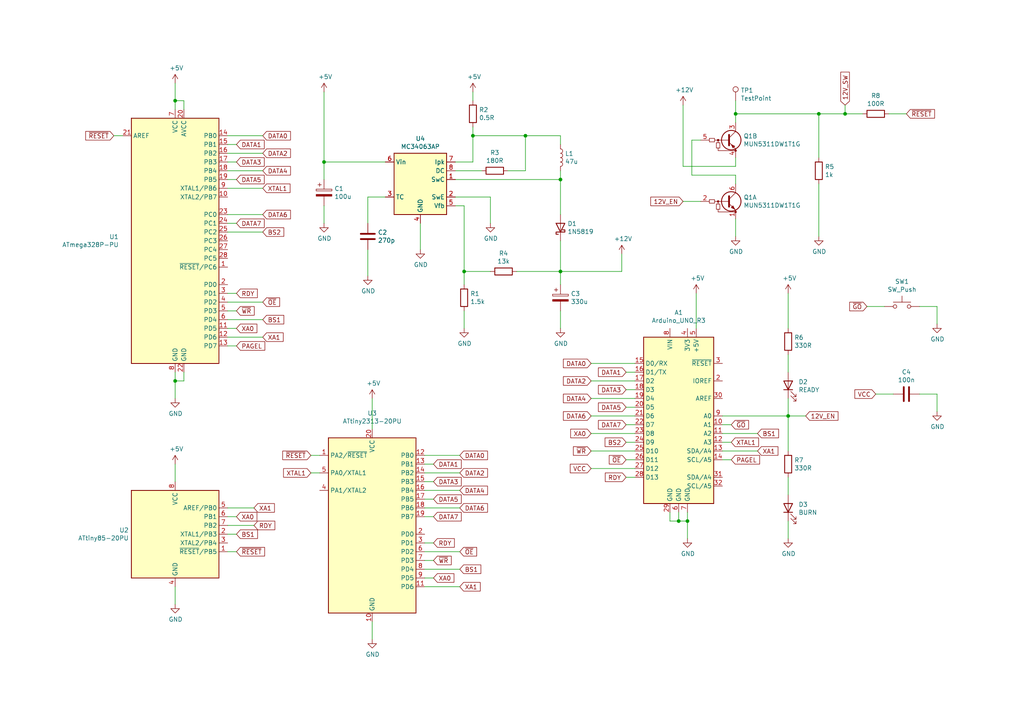
<source format=kicad_sch>
(kicad_sch (version 20211123) (generator eeschema)
  (paper "A4")
  (lib_symbols
    (symbol "Connector:TestPoint" (pin_numbers hide) (pin_names (offset 0.762) hide)
      (property "Reference" "TP" (at 0 6.858 0))
      (property "Value" "TestPoint" (at 0 5.08 0))
      (symbol "TestPoint_0_1"
        (circle (center 0 3.302) (radius 0.762))
      )
      (symbol "TestPoint_1_1"
        (pin passive line (at 0 0 90) (length 2.54) (name "1") (number "1"))
      )
    )
    (symbol "Device:C" (pin_numbers hide) (pin_names (offset 0.254))
      (property "Reference" "C" (at 0.635 2.54 0))
      (property "Value" "C" (at 0.635 -2.54 0))
      (symbol "C_0_1"
        (polyline (pts (xy -2.032 -0.762) (xy 2.032 -0.762)) (stroke (width 0.508)))
        (polyline (pts (xy -2.032 0.762) (xy 2.032 0.762)) (stroke (width 0.508)))
      )
      (symbol "C_1_1"
        (pin passive line (at 0 3.81 270) (length 2.794) (name "~") (number "1"))
        (pin passive line (at 0 -3.81 90) (length 2.794) (name "~") (number "2"))
      )
    )
    (symbol "Device:D_Schottky" (pin_numbers hide) (pin_names (offset 1.016) hide)
      (property "Reference" "D" (at 0 2.54 0))
      (property "Value" "D_Schottky" (at 0 -2.54 0))
      (symbol "D_Schottky_0_1"
        (polyline (pts (xy 1.27 0) (xy -1.27 0)))
        (polyline (pts (xy 1.27 1.27) (xy 1.27 -1.27) (xy -1.27 0) (xy 1.27 1.27)) (stroke (width 0.254)))
        (polyline (pts (xy -1.905 0.635) (xy -1.905 1.27) (xy -1.27 1.27) (xy -1.27 -1.27) (xy -0.635 -1.27) (xy -0.635 -0.635)) (stroke (width 0.254)))
      )
      (symbol "D_Schottky_1_1"
        (pin passive line (at -3.81 0 0) (length 2.54) (name "K") (number "1"))
        (pin passive line (at 3.81 0 180) (length 2.54) (name "A") (number "2"))
      )
    )
    (symbol "Device:L" (pin_numbers hide) (pin_names (offset 1.016) hide)
      (property "Reference" "L" (at -1.27 0 90))
      (property "Value" "L" (at 1.905 0 90))
      (symbol "L_0_1"
        (arc (start 0 -2.54) (mid 0.635 -1.905) (end 0 -1.27))
        (arc (start 0 -1.27) (mid 0.635 -0.635) (end 0 0))
        (arc (start 0 0) (mid 0.635 0.635) (end 0 1.27))
        (arc (start 0 1.27) (mid 0.635 1.905) (end 0 2.54))
      )
      (symbol "L_1_1"
        (pin passive line (at 0 3.81 270) (length 1.27) (name "1") (number "1"))
        (pin passive line (at 0 -3.81 90) (length 1.27) (name "2") (number "2"))
      )
    )
    (symbol "Device:LED" (pin_numbers hide) (pin_names (offset 1.016) hide)
      (property "Reference" "D" (at 0 2.54 0))
      (property "Value" "LED" (at 0 -2.54 0))
      (symbol "LED_0_1"
        (polyline (pts (xy -1.27 -1.27) (xy -1.27 1.27)) (stroke (width 0.254)))
        (polyline (pts (xy -1.27 0) (xy 1.27 0)))
        (polyline (pts (xy 1.27 -1.27) (xy 1.27 1.27) (xy -1.27 0) (xy 1.27 -1.27)) (stroke (width 0.254)))
        (polyline (pts (xy -3.048 -0.762) (xy -4.572 -2.286) (xy -3.81 -2.286) (xy -4.572 -2.286) (xy -4.572 -1.524)))
        (polyline (pts (xy -1.778 -0.762) (xy -3.302 -2.286) (xy -2.54 -2.286) (xy -3.302 -2.286) (xy -3.302 -1.524)))
      )
      (symbol "LED_1_1"
        (pin passive line (at -3.81 0 0) (length 2.54) (name "K") (number "1"))
        (pin passive line (at 3.81 0 180) (length 2.54) (name "A") (number "2"))
      )
    )
    (symbol "Device:R" (pin_numbers hide) (pin_names (offset 0))
      (property "Reference" "R" (at 2.032 0 90))
      (property "Value" "R" (at 0 0 90))
      (symbol "R_0_1"
        (rectangle (start -1.016 -2.54) (end 1.016 2.54) (stroke (width 0.254)))
      )
      (symbol "R_1_1"
        (pin passive line (at 0 3.81 270) (length 1.27) (name "~") (number "1"))
        (pin passive line (at 0 -3.81 90) (length 1.27) (name "~") (number "2"))
      )
    )
    (symbol "MCU_Module:Arduino_UNO_R3"
      (property "Reference" "A" (at -10.16 23.495 0))
      (property "Value" "Arduino_UNO_R3" (at 5.08 -26.67 0))
      (symbol "Arduino_UNO_R3_0_1"
        (rectangle (start -10.16 22.86) (end 10.16 -25.4) (stroke (width 0.254)) (fill (type background)))
      )
      (symbol "Arduino_UNO_R3_1_1"
        (pin no_connect line (at -10.16 -20.32 0) (length 2.54) hide (name "NC") (number "1"))
        (pin bidirectional line (at 12.7 -2.54 180) (length 2.54) (name "A1") (number "10"))
        (pin bidirectional line (at 12.7 -5.08 180) (length 2.54) (name "A2") (number "11"))
        (pin bidirectional line (at 12.7 -7.62 180) (length 2.54) (name "A3") (number "12"))
        (pin bidirectional line (at 12.7 -10.16 180) (length 2.54) (name "SDA/A4") (number "13"))
        (pin bidirectional line (at 12.7 -12.7 180) (length 2.54) (name "SCL/A5") (number "14"))
        (pin bidirectional line (at -12.7 15.24 0) (length 2.54) (name "D0/RX") (number "15"))
        (pin bidirectional line (at -12.7 12.7 0) (length 2.54) (name "D1/TX") (number "16"))
        (pin bidirectional line (at -12.7 10.16 0) (length 2.54) (name "D2") (number "17"))
        (pin bidirectional line (at -12.7 7.62 0) (length 2.54) (name "D3") (number "18"))
        (pin bidirectional line (at -12.7 5.08 0) (length 2.54) (name "D4") (number "19"))
        (pin output line (at 12.7 10.16 180) (length 2.54) (name "IOREF") (number "2"))
        (pin bidirectional line (at -12.7 2.54 0) (length 2.54) (name "D5") (number "20"))
        (pin bidirectional line (at -12.7 0 0) (length 2.54) (name "D6") (number "21"))
        (pin bidirectional line (at -12.7 -2.54 0) (length 2.54) (name "D7") (number "22"))
        (pin bidirectional line (at -12.7 -5.08 0) (length 2.54) (name "D8") (number "23"))
        (pin bidirectional line (at -12.7 -7.62 0) (length 2.54) (name "D9") (number "24"))
        (pin bidirectional line (at -12.7 -10.16 0) (length 2.54) (name "D10") (number "25"))
        (pin bidirectional line (at -12.7 -12.7 0) (length 2.54) (name "D11") (number "26"))
        (pin bidirectional line (at -12.7 -15.24 0) (length 2.54) (name "D12") (number "27"))
        (pin bidirectional line (at -12.7 -17.78 0) (length 2.54) (name "D13") (number "28"))
        (pin power_in line (at -2.54 -27.94 90) (length 2.54) (name "GND") (number "29"))
        (pin input line (at 12.7 15.24 180) (length 2.54) (name "~{RESET}") (number "3"))
        (pin input line (at 12.7 5.08 180) (length 2.54) (name "AREF") (number "30"))
        (pin bidirectional line (at 12.7 -17.78 180) (length 2.54) (name "SDA/A4") (number "31"))
        (pin bidirectional line (at 12.7 -20.32 180) (length 2.54) (name "SCL/A5") (number "32"))
        (pin power_out line (at 2.54 25.4 270) (length 2.54) (name "3V3") (number "4"))
        (pin power_out line (at 5.08 25.4 270) (length 2.54) (name "+5V") (number "5"))
        (pin power_in line (at 0 -27.94 90) (length 2.54) (name "GND") (number "6"))
        (pin power_in line (at 2.54 -27.94 90) (length 2.54) (name "GND") (number "7"))
        (pin power_in line (at -2.54 25.4 270) (length 2.54) (name "VIN") (number "8"))
        (pin bidirectional line (at 12.7 0 180) (length 2.54) (name "A0") (number "9"))
      )
    )
    (symbol "My_Misc:ATmega328P-PU"
      (property "Reference" "U" (at -12.7 36.83 0))
      (property "Value" "ATmega328P-PU" (at 7.62 -36.83 0))
      (symbol "ATmega328P-PU_0_1"
        (rectangle (start -12.7 -35.56) (end 12.7 35.56) (stroke (width 0.254)) (fill (type background)))
      )
      (symbol "ATmega328P-PU_1_1"
        (pin bidirectional line (at 15.24 -7.62 180) (length 2.54) (name "~{RESET}/PC6") (number "1"))
        (pin bidirectional line (at 15.24 12.7 180) (length 2.54) (name "XTAL2/PB7") (number "10"))
        (pin bidirectional line (at 15.24 -25.4 180) (length 2.54) (name "PD5") (number "11"))
        (pin bidirectional line (at 15.24 -27.94 180) (length 2.54) (name "PD6") (number "12"))
        (pin bidirectional line (at 15.24 -30.48 180) (length 2.54) (name "PD7") (number "13"))
        (pin bidirectional line (at 15.24 30.48 180) (length 2.54) (name "PB0") (number "14"))
        (pin bidirectional line (at 15.24 27.94 180) (length 2.54) (name "PB1") (number "15"))
        (pin bidirectional line (at 15.24 25.4 180) (length 2.54) (name "PB2") (number "16"))
        (pin bidirectional line (at 15.24 22.86 180) (length 2.54) (name "PB3") (number "17"))
        (pin bidirectional line (at 15.24 20.32 180) (length 2.54) (name "PB4") (number "18"))
        (pin bidirectional line (at 15.24 17.78 180) (length 2.54) (name "PB5") (number "19"))
        (pin bidirectional line (at 15.24 -12.7 180) (length 2.54) (name "PD0") (number "2"))
        (pin power_in line (at 2.54 38.1 270) (length 2.54) (name "AVCC") (number "20"))
        (pin passive line (at -15.24 30.48 0) (length 2.54) (name "AREF") (number "21"))
        (pin passive line (at 0 -38.1 90) (length 2.54) hide (name "GND") (number "22"))
        (pin power_in line (at 2.54 -38.1 90) (length 2.54) (name "GND") (number "22"))
        (pin bidirectional line (at 15.24 7.62 180) (length 2.54) (name "PC0") (number "23"))
        (pin bidirectional line (at 15.24 5.08 180) (length 2.54) (name "PC1") (number "24"))
        (pin bidirectional line (at 15.24 2.54 180) (length 2.54) (name "PC2") (number "25"))
        (pin bidirectional line (at 15.24 0 180) (length 2.54) (name "PC3") (number "26"))
        (pin bidirectional line (at 15.24 -2.54 180) (length 2.54) (name "PC4") (number "27"))
        (pin bidirectional line (at 15.24 -5.08 180) (length 2.54) (name "PC5") (number "28"))
        (pin bidirectional line (at 15.24 -15.24 180) (length 2.54) (name "PD1") (number "3"))
        (pin bidirectional line (at 15.24 -17.78 180) (length 2.54) (name "PD2") (number "4"))
        (pin bidirectional line (at 15.24 -20.32 180) (length 2.54) (name "PD3") (number "5"))
        (pin bidirectional line (at 15.24 -22.86 180) (length 2.54) (name "PD4") (number "6"))
        (pin power_in line (at 0 38.1 270) (length 2.54) (name "VCC") (number "7"))
        (pin power_in line (at 0 -38.1 90) (length 2.54) (name "GND") (number "8"))
        (pin bidirectional line (at 15.24 15.24 180) (length 2.54) (name "XTAL1/PB6") (number "9"))
      )
    )
    (symbol "Regulator_Switching:MC34063AP"
      (property "Reference" "U" (at -7.62 8.89 0))
      (property "Value" "MC34063AP" (at 0 8.89 0))
      (symbol "MC34063AP_0_1"
        (rectangle (start -7.62 7.62) (end 7.62 -10.16) (stroke (width 0.254)) (fill (type background)))
      )
      (symbol "MC34063AP_1_1"
        (pin open_collector line (at 10.16 0 180) (length 2.54) (name "SwC") (number "1"))
        (pin open_emitter line (at 10.16 -5.08 180) (length 2.54) (name "SwE") (number "2"))
        (pin passive line (at -10.16 -5.08 0) (length 2.54) (name "TC") (number "3"))
        (pin power_in line (at 0 -12.7 90) (length 2.54) (name "GND") (number "4"))
        (pin input line (at 10.16 -7.62 180) (length 2.54) (name "Vfb") (number "5"))
        (pin power_in line (at -10.16 5.08 0) (length 2.54) (name "Vin") (number "6"))
        (pin input line (at 10.16 5.08 180) (length 2.54) (name "Ipk") (number "7"))
        (pin open_collector line (at 10.16 2.54 180) (length 2.54) (name "DC") (number "8"))
      )
    )
    (symbol "Switch:SW_Push" (pin_numbers hide) (pin_names (offset 1.016) hide)
      (property "Reference" "SW" (at 1.27 2.54 0))
      (property "Value" "SW_Push" (at 0 -1.524 0))
      (symbol "SW_Push_0_1"
        (circle (center -2.032 0) (radius 0.508))
        (polyline (pts (xy 0 1.27) (xy 0 3.048)))
        (polyline (pts (xy 2.54 1.27) (xy -2.54 1.27)))
        (circle (center 2.032 0) (radius 0.508))
        (pin passive line (at -5.08 0 0) (length 2.54) (name "1") (number "1"))
        (pin passive line (at 5.08 0 180) (length 2.54) (name "2") (number "2"))
      )
    )
    (symbol "avrHVRescueShield2-rescue:ATtiny2313-20PU-MCU_Microchip_ATtiny"
      (property "Reference" "U" (at -12.7 26.67 0))
      (property "Value" "ATtiny2313-20PU-MCU_Microchip_ATtiny" (at 2.54 -26.67 0))
      (symbol "ATtiny2313-20PU-MCU_Microchip_ATtiny_0_1"
        (rectangle (start -12.7 -25.4) (end 12.7 25.4) (stroke (width 0.254)) (fill (type background)))
      )
      (symbol "ATtiny2313-20PU-MCU_Microchip_ATtiny_1_1"
        (pin bidirectional line (at -15.24 20.32 0) (length 2.54) (name "PA2/~{RESET}") (number "1"))
        (pin power_in line (at 0 -27.94 90) (length 2.54) (name "GND") (number "10"))
        (pin bidirectional line (at 15.24 -17.78 180) (length 2.54) (name "PD6") (number "11"))
        (pin bidirectional line (at 15.24 20.32 180) (length 2.54) (name "PB0") (number "12"))
        (pin bidirectional line (at 15.24 17.78 180) (length 2.54) (name "PB1") (number "13"))
        (pin bidirectional line (at 15.24 15.24 180) (length 2.54) (name "PB2") (number "14"))
        (pin bidirectional line (at 15.24 12.7 180) (length 2.54) (name "PB3") (number "15"))
        (pin bidirectional line (at 15.24 10.16 180) (length 2.54) (name "PB4") (number "16"))
        (pin bidirectional line (at 15.24 7.62 180) (length 2.54) (name "PB5") (number "17"))
        (pin bidirectional line (at 15.24 5.08 180) (length 2.54) (name "PB6") (number "18"))
        (pin bidirectional line (at 15.24 2.54 180) (length 2.54) (name "PB7") (number "19"))
        (pin bidirectional line (at 15.24 -2.54 180) (length 2.54) (name "PD0") (number "2"))
        (pin power_in line (at 0 27.94 270) (length 2.54) (name "VCC") (number "20"))
        (pin bidirectional line (at 15.24 -5.08 180) (length 2.54) (name "PD1") (number "3"))
        (pin bidirectional line (at -15.24 10.16 0) (length 2.54) (name "PA1/XTAL2") (number "4"))
        (pin bidirectional line (at -15.24 15.24 0) (length 2.54) (name "PA0/XTAL1") (number "5"))
        (pin bidirectional line (at 15.24 -7.62 180) (length 2.54) (name "PD2") (number "6"))
        (pin bidirectional line (at 15.24 -10.16 180) (length 2.54) (name "PD3") (number "7"))
        (pin bidirectional line (at 15.24 -12.7 180) (length 2.54) (name "PD4") (number "8"))
        (pin bidirectional line (at 15.24 -15.24 180) (length 2.54) (name "PD5") (number "9"))
      )
    )
    (symbol "avrHVRescueShield2-rescue:ATtiny85-20PU-MCU_Microchip_ATtiny"
      (property "Reference" "U" (at -12.7 13.97 0))
      (property "Value" "ATtiny85-20PU-MCU_Microchip_ATtiny" (at 2.54 -13.97 0))
      (symbol "ATtiny85-20PU-MCU_Microchip_ATtiny_0_1"
        (rectangle (start -12.7 -12.7) (end 12.7 12.7) (stroke (width 0.254)) (fill (type background)))
      )
      (symbol "ATtiny85-20PU-MCU_Microchip_ATtiny_1_1"
        (pin bidirectional line (at 15.24 -5.08 180) (length 2.54) (name "~{RESET}/PB5") (number "1"))
        (pin bidirectional line (at 15.24 0 180) (length 2.54) (name "XTAL1/PB3") (number "2"))
        (pin bidirectional line (at 15.24 -2.54 180) (length 2.54) (name "XTAL2/PB4") (number "3"))
        (pin power_in line (at 0 -15.24 90) (length 2.54) (name "GND") (number "4"))
        (pin bidirectional line (at 15.24 7.62 180) (length 2.54) (name "AREF/PB0") (number "5"))
        (pin bidirectional line (at 15.24 5.08 180) (length 2.54) (name "PB1") (number "6"))
        (pin bidirectional line (at 15.24 2.54 180) (length 2.54) (name "PB2") (number "7"))
        (pin power_in line (at 0 15.24 270) (length 2.54) (name "VCC") (number "8"))
      )
    )
    (symbol "avrHVRescueShield2-rescue:CP-Device" (pin_numbers hide) (pin_names (offset 0.254))
      (property "Reference" "C" (at 0.635 2.54 0))
      (property "Value" "CP-Device" (at 0.635 -2.54 0))
      (symbol "CP-Device_0_1"
        (rectangle (start -2.286 0.508) (end 2.286 1.016))
        (polyline (pts (xy -1.778 2.286) (xy -0.762 2.286)))
        (polyline (pts (xy -1.27 2.794) (xy -1.27 1.778)))
        (rectangle (start 2.286 -0.508) (end -2.286 -1.016) (fill (type outline)))
      )
      (symbol "CP-Device_1_1"
        (pin passive line (at 0 3.81 270) (length 2.794) (name "~") (number "1"))
        (pin passive line (at 0 -3.81 90) (length 2.794) (name "~") (number "2"))
      )
    )
    (symbol "avrHVRescueShield2-rescue:Q_DUAL_NPN_PNP_BRT_E1B1C2E2B2C1-Device" (pin_names hide)
      (property "Reference" "Q" (at 3.81 1.27 0))
      (property "Value" "Q_DUAL_NPN_PNP_BRT_E1B1C2E2B2C1-Device" (at 3.81 -1.27 0))
      (symbol "Q_DUAL_NPN_PNP_BRT_E1B1C2E2B2C1-Device_0_1"
        (rectangle (start -6.35 0.508) (end -4.826 -0.508))
        (rectangle (start -4.318 -2.286) (end -3.302 -0.762))
        (circle (center -3.81 0) (radius 0.254) (fill (type outline)))
        (polyline (pts (xy -3.81 -0.762) (xy -3.81 0)))
        (polyline (pts (xy -0.762 0) (xy -4.826 0)))
        (polyline (pts (xy -0.635 1.524) (xy -0.635 -1.524)) (stroke (width 0.508)))
        (polyline (pts (xy -3.81 -2.286) (xy -3.81 -3.048) (xy 1.27 -3.048)))
        (circle (center 1.27 -3.048) (radius 0.254) (fill (type outline)))
      )
      (symbol "Q_DUAL_NPN_PNP_BRT_E1B1C2E2B2C1-Device_1_1"
        (polyline (pts (xy -0.635 0.635) (xy 1.27 2.54)))
        (polyline (pts (xy -0.635 -0.635) (xy 1.27 -2.54) (xy 1.27 -2.54)))
        (polyline (pts (xy 0 -1.778) (xy 0.508 -1.27) (xy 1.016 -2.286) (xy 0 -1.778) (xy 0 -1.778)) (fill (type outline)))
        (circle (center 0 0) (radius 2.8194) (stroke (width 0.254)))
        (pin passive line (at 1.27 -5.08 90) (length 2.54) (name "E1") (number "1"))
        (pin input line (at -8.89 0 0) (length 2.54) (name "B1") (number "2"))
        (pin passive line (at 1.27 5.08 270) (length 2.54) (name "C1") (number "6"))
      )
      (symbol "Q_DUAL_NPN_PNP_BRT_E1B1C2E2B2C1-Device_2_1"
        (polyline (pts (xy -0.635 0.635) (xy 1.27 2.54)))
        (polyline (pts (xy -0.635 -0.635) (xy 1.27 -2.54) (xy 1.27 -2.54)))
        (polyline (pts (xy 1.016 -1.778) (xy 0.508 -2.286) (xy 0 -1.27) (xy 1.016 -1.778) (xy 1.016 -1.778)) (fill (type outline)))
        (circle (center 0 0) (radius 2.8194) (stroke (width 0.254)))
        (pin passive line (at 1.27 5.08 270) (length 2.54) (name "C1") (number "3"))
        (pin passive line (at 1.27 -5.08 90) (length 2.54) (name "E1") (number "4"))
        (pin input line (at -8.89 0 0) (length 2.54) (name "B1") (number "5"))
      )
    )
    (symbol "power:+12V" (power) (pin_names (offset 0))
      (property "Value" "+12V" (at 0 3.556 0))
      (symbol "+12V_0_1"
        (polyline (pts (xy -0.762 1.27) (xy 0 2.54)))
        (polyline (pts (xy 0 0) (xy 0 2.54)))
        (polyline (pts (xy 0 2.54) (xy 0.762 1.27)))
      )
      (symbol "+12V_1_1"
        (pin power_in line (at 0 0 90) (length 0) hide (name "+12V") (number "1"))
      )
    )
    (symbol "power:+5V" (power) (pin_names (offset 0))
      (property "Value" "+5V" (at 0 3.556 0))
      (symbol "+5V_0_1"
        (polyline (pts (xy -0.762 1.27) (xy 0 2.54)))
        (polyline (pts (xy 0 0) (xy 0 2.54)))
        (polyline (pts (xy 0 2.54) (xy 0.762 1.27)))
      )
      (symbol "+5V_1_1"
        (pin power_in line (at 0 0 90) (length 0) hide (name "+5V") (number "1"))
      )
    )
    (symbol "power:GND" (power) (pin_names (offset 0))
      (property "Value" "GND" (at 0 -3.81 0))
      (symbol "GND_0_1"
        (polyline (pts (xy 0 0) (xy 0 -1.27) (xy 1.27 -1.27) (xy 0 -2.54) (xy -1.27 -1.27) (xy 0 -1.27)))
      )
      (symbol "GND_1_1"
        (pin power_in line (at 0 0 270) (length 0) hide (name "GND") (number "1"))
      )
    )
  )
  (junction (at 152.4 39.37))
  (junction (at 137.16 39.37))
  (junction (at 93.98 46.99))
  (junction (at 245.11 33.02))
  (junction (at 162.56 52.07))
  (junction (at 50.8 29.21))
  (junction (at 228.6 120.65))
  (junction (at 134.62 78.74))
  (junction (at 237.49 33.02))
  (junction (at 162.56 78.74))
  (junction (at 196.85 151.13))
  (junction (at 50.8 110.49))
  (junction (at 199.39 151.13))
  (junction (at 213.36 33.02))
  (wire (pts (xy 123.19 165.1) (xy 133.35 165.1)))
  (wire (pts (xy 228.6 120.65) (xy 209.55 120.65)))
  (wire (pts (xy 228.6 85.09) (xy 228.6 95.25)))
  (wire (pts (xy 237.49 53.34) (xy 237.49 68.58)))
  (wire (pts (xy 142.24 78.74) (xy 134.62 78.74)))
  (wire (pts (xy 228.6 130.81) (xy 228.6 120.65)))
  (wire (pts (xy 50.8 170.18) (xy 50.8 175.26)))
  (wire (pts (xy 90.17 137.16) (xy 92.71 137.16)))
  (wire (pts (xy 68.58 90.17) (xy 66.04 90.17)))
  (wire (pts (xy 212.09 133.35) (xy 209.55 133.35)))
  (wire (pts (xy 53.34 110.49) (xy 50.8 110.49)))
  (wire (pts (xy 132.08 52.07) (xy 162.56 52.07)))
  (wire (pts (xy 162.56 52.07) (xy 162.56 49.53)))
  (wire (pts (xy 213.36 50.8) (xy 200.66 50.8)))
  (wire (pts (xy 133.35 170.18) (xy 123.19 170.18)))
  (wire (pts (xy 245.11 30.48) (xy 245.11 33.02)))
  (wire (pts (xy 213.36 48.26) (xy 198.12 48.26)))
  (wire (pts (xy 152.4 39.37) (xy 137.16 39.37)))
  (wire (pts (xy 50.8 24.13) (xy 50.8 29.21)))
  (wire (pts (xy 66.04 41.91) (xy 68.58 41.91)))
  (wire (pts (xy 50.8 110.49) (xy 50.8 107.95)))
  (wire (pts (xy 123.19 137.16) (xy 133.35 137.16)))
  (wire (pts (xy 125.73 149.86) (xy 123.19 149.86)))
  (wire (pts (xy 66.04 62.23) (xy 76.2 62.23)))
  (wire (pts (xy 171.45 110.49) (xy 184.15 110.49)))
  (wire (pts (xy 137.16 39.37) (xy 137.16 36.83)))
  (wire (pts (xy 53.34 107.95) (xy 53.34 110.49)))
  (wire (pts (xy 123.19 132.08) (xy 133.35 132.08)))
  (wire (pts (xy 66.04 85.09) (xy 68.58 85.09)))
  (wire (pts (xy 33.02 39.37) (xy 35.56 39.37)))
  (wire (pts (xy 200.66 50.8) (xy 200.66 40.64)))
  (wire (pts (xy 200.66 40.64) (xy 203.2 40.64)))
  (wire (pts (xy 50.8 115.57) (xy 50.8 110.49)))
  (wire (pts (xy 171.45 120.65) (xy 184.15 120.65)))
  (wire (pts (xy 162.56 39.37) (xy 162.56 41.91)))
  (wire (pts (xy 237.49 33.02) (xy 245.11 33.02)))
  (wire (pts (xy 134.62 59.69) (xy 132.08 59.69)))
  (wire (pts (xy 93.98 46.99) (xy 93.98 52.07)))
  (wire (pts (xy 125.73 162.56) (xy 123.19 162.56)))
  (wire (pts (xy 76.2 92.71) (xy 66.04 92.71)))
  (wire (pts (xy 213.36 45.72) (xy 213.36 48.26)))
  (wire (pts (xy 171.45 125.73) (xy 184.15 125.73)))
  (wire (pts (xy 66.04 97.79) (xy 76.2 97.79)))
  (wire (pts (xy 107.95 185.42) (xy 107.95 180.34)))
  (wire (pts (xy 76.2 54.61) (xy 66.04 54.61)))
  (wire (pts (xy 123.19 147.32) (xy 133.35 147.32)))
  (wire (pts (xy 149.86 78.74) (xy 162.56 78.74)))
  (wire (pts (xy 162.56 90.17) (xy 162.56 95.25)))
  (wire (pts (xy 194.31 151.13) (xy 196.85 151.13)))
  (wire (pts (xy 196.85 148.59) (xy 196.85 151.13)))
  (wire (pts (xy 184.15 115.57) (xy 171.45 115.57)))
  (wire (pts (xy 152.4 39.37) (xy 162.56 39.37)))
  (wire (pts (xy 213.36 33.02) (xy 213.36 29.21)))
  (wire (pts (xy 66.04 49.53) (xy 76.2 49.53)))
  (wire (pts (xy 66.04 149.86) (xy 68.58 149.86)))
  (wire (pts (xy 121.92 64.77) (xy 121.92 72.39)))
  (wire (pts (xy 139.7 49.53) (xy 132.08 49.53)))
  (wire (pts (xy 213.36 53.34) (xy 213.36 50.8)))
  (wire (pts (xy 93.98 46.99) (xy 93.98 26.67)))
  (wire (pts (xy 198.12 48.26) (xy 198.12 30.48)))
  (wire (pts (xy 237.49 33.02) (xy 237.49 45.72)))
  (wire (pts (xy 133.35 142.24) (xy 123.19 142.24)))
  (wire (pts (xy 123.19 167.64) (xy 125.73 167.64)))
  (wire (pts (xy 196.85 151.13) (xy 199.39 151.13)))
  (wire (pts (xy 259.08 114.3) (xy 254 114.3)))
  (wire (pts (xy 53.34 29.21) (xy 50.8 29.21)))
  (wire (pts (xy 68.58 64.77) (xy 66.04 64.77)))
  (wire (pts (xy 50.8 29.21) (xy 50.8 31.75)))
  (wire (pts (xy 194.31 151.13) (xy 194.31 148.59)))
  (wire (pts (xy 137.16 29.21) (xy 137.16 26.67)))
  (wire (pts (xy 147.32 49.53) (xy 152.4 49.53)))
  (wire (pts (xy 134.62 95.25) (xy 134.62 90.17)))
  (wire (pts (xy 142.24 57.15) (xy 132.08 57.15)))
  (wire (pts (xy 134.62 78.74) (xy 134.62 59.69)))
  (wire (pts (xy 184.15 128.27) (xy 181.61 128.27)))
  (wire (pts (xy 76.2 67.31) (xy 66.04 67.31)))
  (wire (pts (xy 228.6 115.57) (xy 228.6 120.65)))
  (wire (pts (xy 93.98 59.69) (xy 93.98 64.77)))
  (wire (pts (xy 133.35 160.02) (xy 123.19 160.02)))
  (wire (pts (xy 228.6 107.95) (xy 228.6 102.87)))
  (wire (pts (xy 66.04 52.07) (xy 68.58 52.07)))
  (wire (pts (xy 198.12 58.42) (xy 203.2 58.42)))
  (wire (pts (xy 162.56 78.74) (xy 162.56 69.85)))
  (wire (pts (xy 266.7 88.9) (xy 271.78 88.9)))
  (wire (pts (xy 271.78 88.9) (xy 271.78 93.98)))
  (wire (pts (xy 213.36 33.02) (xy 237.49 33.02)))
  (wire (pts (xy 219.71 125.73) (xy 209.55 125.73)))
  (wire (pts (xy 181.61 113.03) (xy 184.15 113.03)))
  (wire (pts (xy 66.04 87.63) (xy 76.2 87.63)))
  (wire (pts (xy 106.68 80.01) (xy 106.68 72.39)))
  (wire (pts (xy 199.39 151.13) (xy 199.39 148.59)))
  (wire (pts (xy 162.56 78.74) (xy 180.34 78.74)))
  (wire (pts (xy 123.19 157.48) (xy 125.73 157.48)))
  (wire (pts (xy 73.66 147.32) (xy 66.04 147.32)))
  (wire (pts (xy 162.56 52.07) (xy 162.56 62.23)))
  (wire (pts (xy 251.46 88.9) (xy 256.54 88.9)))
  (wire (pts (xy 184.15 135.89) (xy 171.45 135.89)))
  (wire (pts (xy 66.04 39.37) (xy 76.2 39.37)))
  (wire (pts (xy 68.58 46.99) (xy 66.04 46.99)))
  (wire (pts (xy 219.71 130.81) (xy 209.55 130.81)))
  (wire (pts (xy 266.7 114.3) (xy 271.78 114.3)))
  (wire (pts (xy 262.89 33.02) (xy 257.81 33.02)))
  (wire (pts (xy 68.58 154.94) (xy 66.04 154.94)))
  (wire (pts (xy 123.19 144.78) (xy 125.73 144.78)))
  (wire (pts (xy 209.55 128.27) (xy 212.09 128.27)))
  (wire (pts (xy 66.04 95.25) (xy 68.58 95.25)))
  (wire (pts (xy 152.4 49.53) (xy 152.4 39.37)))
  (wire (pts (xy 107.95 124.46) (xy 107.95 115.57)))
  (wire (pts (xy 184.15 107.95) (xy 181.61 107.95)))
  (wire (pts (xy 245.11 33.02) (xy 250.19 33.02)))
  (wire (pts (xy 66.04 160.02) (xy 68.58 160.02)))
  (wire (pts (xy 106.68 57.15) (xy 111.76 57.15)))
  (wire (pts (xy 134.62 82.55) (xy 134.62 78.74)))
  (wire (pts (xy 162.56 82.55) (xy 162.56 78.74)))
  (wire (pts (xy 92.71 132.08) (xy 90.17 132.08)))
  (wire (pts (xy 213.36 63.5) (xy 213.36 68.58)))
  (wire (pts (xy 228.6 143.51) (xy 228.6 138.43)))
  (wire (pts (xy 132.08 46.99) (xy 137.16 46.99)))
  (wire (pts (xy 228.6 156.21) (xy 228.6 151.13)))
  (wire (pts (xy 93.98 46.99) (xy 111.76 46.99)))
  (wire (pts (xy 137.16 46.99) (xy 137.16 39.37)))
  (wire (pts (xy 125.73 134.62) (xy 123.19 134.62)))
  (wire (pts (xy 181.61 133.35) (xy 184.15 133.35)))
  (wire (pts (xy 50.8 139.7) (xy 50.8 134.62)))
  (wire (pts (xy 184.15 118.11) (xy 181.61 118.11)))
  (wire (pts (xy 66.04 152.4) (xy 73.66 152.4)))
  (wire (pts (xy 201.93 85.09) (xy 201.93 95.25)))
  (wire (pts (xy 271.78 114.3) (xy 271.78 119.38)))
  (wire (pts (xy 213.36 35.56) (xy 213.36 33.02)))
  (wire (pts (xy 142.24 57.15) (xy 142.24 64.77)))
  (wire (pts (xy 76.2 44.45) (xy 66.04 44.45)))
  (wire (pts (xy 209.55 123.19) (xy 212.09 123.19)))
  (wire (pts (xy 233.68 120.65) (xy 228.6 120.65)))
  (wire (pts (xy 184.15 130.81) (xy 171.45 130.81)))
  (wire (pts (xy 181.61 138.43) (xy 184.15 138.43)))
  (wire (pts (xy 199.39 156.21) (xy 199.39 151.13)))
  (wire (pts (xy 184.15 105.41) (xy 171.45 105.41)))
  (wire (pts (xy 68.58 100.33) (xy 66.04 100.33)))
  (wire (pts (xy 181.61 123.19) (xy 184.15 123.19)))
  (wire (pts (xy 125.73 139.7) (xy 123.19 139.7)))
  (wire (pts (xy 106.68 64.77) (xy 106.68 57.15)))
  (wire (pts (xy 53.34 31.75) (xy 53.34 29.21)))
  (wire (pts (xy 180.34 78.74) (xy 180.34 73.66)))
  (global_label "PAGEL" (shape input) (at 212.09 133.35 0) (property "Intersheet References" "${INTERSHEET_REFS}" (effects hide)))
  (global_label "~{GO}" (shape input) (at 212.09 123.19 0) (property "Intersheet References" "${INTERSHEET_REFS}" (effects hide)))
  (global_label "DATA2" (shape input) (at 171.45 110.49 180) (property "Intersheet References" "${INTERSHEET_REFS}" (effects hide)))
  (global_label "12V_EN" (shape input) (at 233.68 120.65 0) (property "Intersheet References" "${INTERSHEET_REFS}" (effects hide)))
  (global_label "BS1" (shape input) (at 133.35 165.1 0) (property "Intersheet References" "${INTERSHEET_REFS}" (effects hide)))
  (global_label "DATA1" (shape input) (at 125.73 134.62 0) (property "Intersheet References" "${INTERSHEET_REFS}" (effects hide)))
  (global_label "DATA7" (shape input) (at 125.73 149.86 0) (property "Intersheet References" "${INTERSHEET_REFS}" (effects hide)))
  (global_label "BS1" (shape input) (at 68.58 154.94 0) (property "Intersheet References" "${INTERSHEET_REFS}" (effects hide)))
  (global_label "DATA2" (shape input) (at 133.35 137.16 0) (property "Intersheet References" "${INTERSHEET_REFS}" (effects hide)))
  (global_label "DATA6" (shape input) (at 133.35 147.32 0) (property "Intersheet References" "${INTERSHEET_REFS}" (effects hide)))
  (global_label "DATA0" (shape input) (at 133.35 132.08 0) (property "Intersheet References" "${INTERSHEET_REFS}" (effects hide)))
  (global_label "VCC" (shape input) (at 254 114.3 180) (property "Intersheet References" "${INTERSHEET_REFS}" (effects hide)))
  (global_label "DATA4" (shape input) (at 133.35 142.24 0) (property "Intersheet References" "${INTERSHEET_REFS}" (effects hide)))
  (global_label "~{RESET}" (shape input) (at 68.58 160.02 0) (property "Intersheet References" "${INTERSHEET_REFS}" (effects hide)))
  (global_label "BS2" (shape input) (at 181.61 128.27 180) (property "Intersheet References" "${INTERSHEET_REFS}" (effects hide)))
  (global_label "XTAL1" (shape input) (at 90.17 137.16 180) (property "Intersheet References" "${INTERSHEET_REFS}" (effects hide)))
  (global_label "12V_EN" (shape input) (at 198.12 58.42 180) (property "Intersheet References" "${INTERSHEET_REFS}" (effects hide)))
  (global_label "DATA1" (shape input) (at 68.58 41.91 0) (property "Intersheet References" "${INTERSHEET_REFS}" (effects hide)))
  (global_label "RDY" (shape input) (at 125.73 157.48 0) (property "Intersheet References" "${INTERSHEET_REFS}" (effects hide)))
  (global_label "DATA7" (shape input) (at 181.61 123.19 180) (property "Intersheet References" "${INTERSHEET_REFS}" (effects hide)))
  (global_label "DATA0" (shape input) (at 171.45 105.41 180) (property "Intersheet References" "${INTERSHEET_REFS}" (effects hide)))
  (global_label "~{RESET}" (shape input) (at 33.02 39.37 180) (property "Intersheet References" "${INTERSHEET_REFS}" (effects hide)))
  (global_label "~{WR}" (shape input) (at 68.58 90.17 0) (property "Intersheet References" "${INTERSHEET_REFS}" (effects hide)))
  (global_label "~{WR}" (shape input) (at 125.73 162.56 0) (property "Intersheet References" "${INTERSHEET_REFS}" (effects hide)))
  (global_label "VCC" (shape input) (at 171.45 135.89 180) (property "Intersheet References" "${INTERSHEET_REFS}" (effects hide)))
  (global_label "BS1" (shape input) (at 219.71 125.73 0) (property "Intersheet References" "${INTERSHEET_REFS}" (effects hide)))
  (global_label "~{OE}" (shape input) (at 76.2 87.63 0) (property "Intersheet References" "${INTERSHEET_REFS}" (effects hide)))
  (global_label "DATA2" (shape input) (at 76.2 44.45 0) (property "Intersheet References" "${INTERSHEET_REFS}" (effects hide)))
  (global_label "XA0" (shape input) (at 125.73 167.64 0) (property "Intersheet References" "${INTERSHEET_REFS}" (effects hide)))
  (global_label "DATA5" (shape input) (at 181.61 118.11 180) (property "Intersheet References" "${INTERSHEET_REFS}" (effects hide)))
  (global_label "XTAL1" (shape input) (at 212.09 128.27 0) (property "Intersheet References" "${INTERSHEET_REFS}" (effects hide)))
  (global_label "~{WR}" (shape input) (at 171.45 130.81 180) (property "Intersheet References" "${INTERSHEET_REFS}" (effects hide)))
  (global_label "XA0" (shape input) (at 171.45 125.73 180) (property "Intersheet References" "${INTERSHEET_REFS}" (effects hide)))
  (global_label "~{OE}" (shape input) (at 133.35 160.02 0) (property "Intersheet References" "${INTERSHEET_REFS}" (effects hide)))
  (global_label "DATA4" (shape input) (at 171.45 115.57 180) (property "Intersheet References" "${INTERSHEET_REFS}" (effects hide)))
  (global_label "12V_SW" (shape input) (at 245.11 30.48 90) (property "Intersheet References" "${INTERSHEET_REFS}" (effects hide)))
  (global_label "~{RESET}" (shape input) (at 90.17 132.08 180) (property "Intersheet References" "${INTERSHEET_REFS}" (effects hide)))
  (global_label "XA0" (shape input) (at 68.58 95.25 0) (property "Intersheet References" "${INTERSHEET_REFS}" (effects hide)))
  (global_label "~{OE}" (shape input) (at 181.61 133.35 180) (property "Intersheet References" "${INTERSHEET_REFS}" (effects hide)))
  (global_label "RDY" (shape input) (at 181.61 138.43 180) (property "Intersheet References" "${INTERSHEET_REFS}" (effects hide)))
  (global_label "DATA3" (shape input) (at 181.61 113.03 180) (property "Intersheet References" "${INTERSHEET_REFS}" (effects hide)))
  (global_label "DATA6" (shape input) (at 171.45 120.65 180) (property "Intersheet References" "${INTERSHEET_REFS}" (effects hide)))
  (global_label "BS2" (shape input) (at 76.2 67.31 0) (property "Intersheet References" "${INTERSHEET_REFS}" (effects hide)))
  (global_label "DATA3" (shape input) (at 68.58 46.99 0) (property "Intersheet References" "${INTERSHEET_REFS}" (effects hide)))
  (global_label "XTAL1" (shape input) (at 76.2 54.61 0) (property "Intersheet References" "${INTERSHEET_REFS}" (effects hide)))
  (global_label "DATA4" (shape input) (at 76.2 49.53 0) (property "Intersheet References" "${INTERSHEET_REFS}" (effects hide)))
  (global_label "~{RESET}" (shape input) (at 262.89 33.02 0) (property "Intersheet References" "${INTERSHEET_REFS}" (effects hide)))
  (global_label "DATA6" (shape input) (at 76.2 62.23 0) (property "Intersheet References" "${INTERSHEET_REFS}" (effects hide)))
  (global_label "PAGEL" (shape input) (at 68.58 100.33 0) (property "Intersheet References" "${INTERSHEET_REFS}" (effects hide)))
  (global_label "RDY" (shape input) (at 73.66 152.4 0) (property "Intersheet References" "${INTERSHEET_REFS}" (effects hide)))
  (global_label "~{GO}" (shape input) (at 251.46 88.9 180) (property "Intersheet References" "${INTERSHEET_REFS}" (effects hide)))
  (global_label "DATA5" (shape input) (at 125.73 144.78 0) (property "Intersheet References" "${INTERSHEET_REFS}" (effects hide)))
  (global_label "XA0" (shape input) (at 68.58 149.86 0) (property "Intersheet References" "${INTERSHEET_REFS}" (effects hide)))
  (global_label "XA1" (shape input) (at 73.66 147.32 0) (property "Intersheet References" "${INTERSHEET_REFS}" (effects hide)))
  (global_label "XA1" (shape input) (at 133.35 170.18 0) (property "Intersheet References" "${INTERSHEET_REFS}" (effects hide)))
  (global_label "XA1" (shape input) (at 76.2 97.79 0) (property "Intersheet References" "${INTERSHEET_REFS}" (effects hide)))
  (global_label "DATA1" (shape input) (at 181.61 107.95 180) (property "Intersheet References" "${INTERSHEET_REFS}" (effects hide)))
  (global_label "RDY" (shape input) (at 68.58 85.09 0) (property "Intersheet References" "${INTERSHEET_REFS}" (effects hide)))
  (global_label "XA1" (shape input) (at 219.71 130.81 0) (property "Intersheet References" "${INTERSHEET_REFS}" (effects hide)))
  (global_label "BS1" (shape input) (at 76.2 92.71 0) (property "Intersheet References" "${INTERSHEET_REFS}" (effects hide)))
  (global_label "DATA3" (shape input) (at 125.73 139.7 0) (property "Intersheet References" "${INTERSHEET_REFS}" (effects hide)))
  (global_label "DATA7" (shape input) (at 68.58 64.77 0) (property "Intersheet References" "${INTERSHEET_REFS}" (effects hide)))
  (global_label "DATA0" (shape input) (at 76.2 39.37 0) (property "Intersheet References" "${INTERSHEET_REFS}" (effects hide)))
  (global_label "DATA5" (shape input) (at 68.58 52.07 0) (property "Intersheet References" "${INTERSHEET_REFS}" (effects hide)))
  (symbol (lib_id "MCU_Module:Arduino_UNO_R3") (at 196.85 120.65 0) (unit 1)
    (property "Reference" "A1" (at 196.85 90.6526 0))
    (property "Value" "Arduino_UNO_R3" (at 196.85 92.964 0))
    (property "Footprint" "My_Arduino:Arduino_UNO_R3_shield_large" (effects hide))
    (property "Datasheet" "https://www.arduino.cc/en/Main/arduinoBoardUno" (effects hide))
  )
  (symbol (lib_id "My_Misc:ATmega328P-PU") (at 50.8 69.85 0) (unit 1)
    (property "Reference" "U1" (at 34.4424 68.6816 0) (effects (justify right)))
    (property "Value" "ATmega328P-PU" (at 34.4424 70.993 0) (effects (justify right)))
    (property "Footprint" "Package_DIP:DIP-28_W7.62mm_Socket_LongPads" (effects hide))
    (property "Datasheet" "http://ww1.microchip.com/downloads/en/DeviceDoc/ATmega328_P%20AVR%20MCU%20with%20picoPower%20Technology%20Data%20Sheet%2040001984A.pdf" (effects hide))
  )
  (symbol (lib_id "avrHVRescueShield2-rescue:ATtiny85-20PU-MCU_Microchip_ATtiny") (at 50.8 154.94 0) (unit 1)
    (property "Reference" "U2" (at 37.3634 153.7716 0) (effects (justify right)))
    (property "Value" "ATtiny85-20PU" (at 37.3634 156.083 0) (effects (justify right)))
    (property "Footprint" "Package_DIP:DIP-8_W7.62mm_Socket_LongPads" (effects hide))
    (property "Datasheet" "http://ww1.microchip.com/downloads/en/DeviceDoc/atmel-2586-avr-8-bit-microcontroller-attiny25-attiny45-attiny85_datasheet.pdf" (effects hide))
  )
  (symbol (lib_id "avrHVRescueShield2-rescue:ATtiny2313-20PU-MCU_Microchip_ATtiny") (at 107.95 152.4 0) (unit 1)
    (property "Reference" "U3" (at 107.95 119.8626 0))
    (property "Value" "ATtiny2313-20PU" (at 107.95 122.174 0))
    (property "Footprint" "Package_DIP:DIP-20_W7.62mm_Socket_LongPads" (effects hide))
    (property "Datasheet" "http://ww1.microchip.com/downloads/en/DeviceDoc/Atmel-2543-AVR-ATtiny2313_Datasheet.pdf" (effects hide))
  )
  (symbol (lib_id "power:+5V") (at 201.93 85.09 0) (unit 1)
    (property "Reference" "#PWR0101" (effects hide))
    (property "Value" "+5V" (at 202.311 80.6958 0))
  )
  (symbol (lib_id "Device:LED") (at 228.6 111.76 90) (unit 1)
    (property "Reference" "D2" (at 231.5972 110.7694 90) (effects (justify right)))
    (property "Value" "READY" (at 231.5972 113.0808 90) (effects (justify right)))
    (property "Footprint" "My_Misc:LED_D5.0mm_larger_pads" (effects hide))
  )
  (symbol (lib_id "Device:R") (at 228.6 99.06 0) (unit 1)
    (property "Reference" "R6" (at 230.378 97.8916 0) (effects (justify left)))
    (property "Value" "330R" (at 230.378 100.203 0) (effects (justify left)))
    (property "Footprint" "My_Misc:R_Axial_DIN0207_L6.3mm_D2.5mm_P10.16mm_Horizontal_larger_pads" (effects hide))
  )
  (symbol (lib_id "power:+5V") (at 228.6 85.09 0) (unit 1)
    (property "Reference" "#PWR0102" (effects hide))
    (property "Value" "+5V" (at 228.981 80.6958 0))
  )
  (symbol (lib_id "Device:LED") (at 228.6 147.32 90) (unit 1)
    (property "Reference" "D3" (at 231.5972 146.3294 90) (effects (justify right)))
    (property "Value" "BURN" (at 231.5972 148.6408 90) (effects (justify right)))
    (property "Footprint" "My_Misc:LED_D5.0mm_larger_pads" (effects hide))
  )
  (symbol (lib_id "Device:R") (at 228.6 134.62 0) (unit 1)
    (property "Reference" "R7" (at 230.378 133.4516 0) (effects (justify left)))
    (property "Value" "330R" (at 230.378 135.763 0) (effects (justify left)))
    (property "Footprint" "My_Misc:R_Axial_DIN0207_L6.3mm_D2.5mm_P10.16mm_Horizontal_larger_pads" (effects hide))
  )
  (symbol (lib_id "power:GND") (at 199.39 156.21 0) (unit 1)
    (property "Reference" "#PWR0103" (effects hide))
    (property "Value" "GND" (at 199.517 160.6042 0))
  )
  (symbol (lib_id "power:GND") (at 228.6 156.21 0) (unit 1)
    (property "Reference" "#PWR0104" (effects hide))
    (property "Value" "GND" (at 228.727 160.6042 0))
  )
  (symbol (lib_id "power:GND") (at 213.36 68.58 0) (unit 1)
    (property "Reference" "#PWR0105" (effects hide))
    (property "Value" "GND" (at 213.487 72.9742 0))
  )
  (symbol (lib_id "power:+12V") (at 198.12 30.48 0) (unit 1)
    (property "Reference" "#PWR0106" (effects hide))
    (property "Value" "+12V" (at 198.501 26.0858 0))
  )
  (symbol (lib_id "Device:R") (at 254 33.02 270) (unit 1)
    (property "Reference" "R8" (at 254 27.7622 90))
    (property "Value" "100R" (at 254 30.0736 90))
    (property "Footprint" "My_Misc:R_Axial_DIN0207_L6.3mm_D2.5mm_P10.16mm_Horizontal_larger_pads" (effects hide))
  )
  (symbol (lib_id "Device:R") (at 237.49 49.53 0) (unit 1)
    (property "Reference" "R5" (at 239.268 48.3616 0) (effects (justify left)))
    (property "Value" "1k" (at 239.268 50.673 0) (effects (justify left)))
    (property "Footprint" "My_Misc:R_Axial_DIN0207_L6.3mm_D2.5mm_P10.16mm_Horizontal_larger_pads" (effects hide))
  )
  (symbol (lib_id "power:GND") (at 237.49 68.58 0) (unit 1)
    (property "Reference" "#PWR0107" (effects hide))
    (property "Value" "GND" (at 237.617 72.9742 0))
  )
  (symbol (lib_id "Connector:TestPoint") (at 213.36 29.21 0) (unit 1)
    (property "Reference" "TP1" (at 214.8332 26.2128 0) (effects (justify left)))
    (property "Value" "TestPoint" (at 214.8332 28.5242 0) (effects (justify left)))
    (property "Footprint" "My_Misc:Single_solder_pad" (effects hide))
  )
  (symbol (lib_id "Regulator_Switching:MC34063AP") (at 121.92 52.07 0) (unit 1)
    (property "Reference" "U4" (at 121.92 40.2082 0))
    (property "Value" "MC34063AP" (at 121.92 42.5196 0))
    (property "Footprint" "My_Misc:DIP-8_W7.62mm_Socket_w_dip_packet_LongPads" (effects hide))
    (property "Datasheet" "http://www.onsemi.com/pub_link/Collateral/MC34063A-D.PDF" (effects hide))
  )
  (symbol (lib_id "power:GND") (at 121.92 72.39 0) (unit 1)
    (property "Reference" "#PWR0108" (effects hide))
    (property "Value" "GND" (at 122.047 76.7842 0))
  )
  (symbol (lib_id "power:+5V") (at 93.98 26.67 0) (unit 1)
    (property "Reference" "#PWR0109" (effects hide))
    (property "Value" "+5V" (at 94.361 22.2758 0))
  )
  (symbol (lib_id "Device:R") (at 137.16 33.02 0) (unit 1)
    (property "Reference" "R2" (at 138.938 31.8516 0) (effects (justify left)))
    (property "Value" "0.5R" (at 138.938 34.163 0) (effects (justify left)))
    (property "Footprint" "My_Misc:R_Axial_DIN0207_L6.3mm_D2.5mm_P10.16mm_Horizontal_larger_pads" (effects hide))
  )
  (symbol (lib_id "power:+5V") (at 137.16 26.67 0) (unit 1)
    (property "Reference" "#PWR0110" (effects hide))
    (property "Value" "+5V" (at 137.541 22.2758 0))
  )
  (symbol (lib_id "Device:R") (at 143.51 49.53 270) (unit 1)
    (property "Reference" "R3" (at 143.51 44.2722 90))
    (property "Value" "180R" (at 143.51 46.5836 90))
    (property "Footprint" "My_Misc:R_Axial_DIN0207_L6.3mm_D2.5mm_P10.16mm_Horizontal_larger_pads" (effects hide))
  )
  (symbol (lib_id "Device:L") (at 162.56 45.72 0) (unit 1)
    (property "Reference" "L1" (at 163.8808 44.5516 0) (effects (justify left)))
    (property "Value" "47u" (at 163.8808 46.863 0) (effects (justify left)))
    (property "Footprint" "My_Misc:L_Axial_L9.5mm_D4.0mm_P12.70mm_Horizontal_Fastron_SMCC_large" (effects hide))
  )
  (symbol (lib_id "Device:R") (at 134.62 86.36 0) (unit 1)
    (property "Reference" "R1" (at 136.398 85.1916 0) (effects (justify left)))
    (property "Value" "1.5k" (at 136.398 87.503 0) (effects (justify left)))
    (property "Footprint" "My_Misc:R_Axial_DIN0207_L6.3mm_D2.5mm_P10.16mm_Horizontal_larger_pads" (effects hide))
  )
  (symbol (lib_id "power:GND") (at 134.62 95.25 0) (unit 1)
    (property "Reference" "#PWR0111" (effects hide))
    (property "Value" "GND" (at 134.747 99.6442 0))
  )
  (symbol (lib_id "Device:D_Schottky") (at 162.56 66.04 90) (unit 1)
    (property "Reference" "D1" (at 164.592 64.8716 90) (effects (justify right)))
    (property "Value" "1N5819" (at 164.592 67.183 90) (effects (justify right)))
    (property "Footprint" "My_Misc:D_DO-35_SOD27_P7.62mm_Horizontal_large" (effects hide))
  )
  (symbol (lib_id "Device:R") (at 146.05 78.74 270) (unit 1)
    (property "Reference" "R4" (at 146.05 73.4822 90))
    (property "Value" "13k" (at 146.05 75.7936 90))
    (property "Footprint" "My_Misc:R_Axial_DIN0207_L6.3mm_D2.5mm_P10.16mm_Horizontal_larger_pads" (effects hide))
  )
  (symbol (lib_id "avrHVRescueShield2-rescue:CP-Device") (at 162.56 86.36 0) (unit 1)
    (property "Reference" "C3" (at 165.5572 85.1916 0) (effects (justify left)))
    (property "Value" "330u" (at 165.5572 87.503 0) (effects (justify left)))
    (property "Footprint" "My_Misc:CP_Radial_D10.0mm_P5.00mm_larger" (effects hide))
  )
  (symbol (lib_id "power:GND") (at 162.56 95.25 0) (unit 1)
    (property "Reference" "#PWR0112" (effects hide))
    (property "Value" "GND" (at 162.687 99.6442 0))
  )
  (symbol (lib_id "power:GND") (at 142.24 64.77 0) (unit 1)
    (property "Reference" "#PWR0113" (effects hide))
    (property "Value" "GND" (at 142.367 69.1642 0))
  )
  (symbol (lib_id "avrHVRescueShield2-rescue:CP-Device") (at 93.98 55.88 0) (unit 1)
    (property "Reference" "C1" (at 96.9772 54.7116 0) (effects (justify left)))
    (property "Value" "100u" (at 96.9772 57.023 0) (effects (justify left)))
    (property "Footprint" "My_Misc:CP_Radial_D5.0mm_P2.50mm_larger_pads" (effects hide))
  )
  (symbol (lib_id "power:GND") (at 93.98 64.77 0) (unit 1)
    (property "Reference" "#PWR0114" (effects hide))
    (property "Value" "GND" (at 94.107 69.1642 0))
  )
  (symbol (lib_id "Device:C") (at 106.68 68.58 0) (unit 1)
    (property "Reference" "C2" (at 109.601 67.4116 0) (effects (justify left)))
    (property "Value" "270p" (at 109.601 69.723 0) (effects (justify left)))
    (property "Footprint" "My_Misc:C_Disc_D3.0mm_W1.6mm_P2.50mm_larg" (effects hide))
  )
  (symbol (lib_id "power:GND") (at 106.68 80.01 0) (unit 1)
    (property "Reference" "#PWR0115" (effects hide))
    (property "Value" "GND" (at 106.807 84.4042 0))
  )
  (symbol (lib_id "power:+12V") (at 180.34 73.66 0) (unit 1)
    (property "Reference" "#PWR0116" (effects hide))
    (property "Value" "+12V" (at 180.721 69.2658 0))
  )
  (symbol (lib_id "avrHVRescueShield2-rescue:Q_DUAL_NPN_PNP_BRT_E1B1C2E2B2C1-Device") (at 212.09 40.64 0) (unit 2)
    (property "Reference" "Q1" (at 215.646 39.4716 0) (effects (justify left)))
    (property "Value" "MUN5311DW1T1G" (at 215.646 41.783 0) (effects (justify left)))
    (property "Footprint" "Package_TO_SOT_SMD:SOT-363_SC-70-6_Handsoldering" (effects hide))
  )
  (symbol (lib_id "avrHVRescueShield2-rescue:Q_DUAL_NPN_PNP_BRT_E1B1C2E2B2C1-Device") (at 212.09 58.42 0) (unit 1)
    (property "Reference" "Q1" (at 215.6714 57.2516 0) (effects (justify left)))
    (property "Value" "MUN5311DW1T1G" (at 215.6714 59.563 0) (effects (justify left)))
    (property "Footprint" "Package_TO_SOT_SMD:SOT-363_SC-70-6_Handsoldering" (effects hide))
  )
  (symbol (lib_id "power:+5V") (at 50.8 134.62 0) (unit 1)
    (property "Reference" "#PWR0117" (effects hide))
    (property "Value" "+5V" (at 51.181 130.2258 0))
  )
  (symbol (lib_id "power:GND") (at 50.8 175.26 0) (unit 1)
    (property "Reference" "#PWR0118" (effects hide))
    (property "Value" "GND" (at 50.927 179.6542 0))
  )
  (symbol (lib_id "power:+5V") (at 107.95 115.57 0) (unit 1)
    (property "Reference" "#PWR0119" (effects hide))
    (property "Value" "+5V" (at 108.331 111.1758 0))
  )
  (symbol (lib_id "power:GND") (at 107.95 185.42 0) (unit 1)
    (property "Reference" "#PWR0120" (effects hide))
    (property "Value" "GND" (at 108.077 189.8142 0))
  )
  (symbol (lib_id "power:GND") (at 50.8 115.57 0) (unit 1)
    (property "Reference" "#PWR0121" (effects hide))
    (property "Value" "GND" (at 50.927 119.9642 0))
  )
  (symbol (lib_id "power:+5V") (at 50.8 24.13 0) (unit 1)
    (property "Reference" "#PWR0122" (effects hide))
    (property "Value" "+5V" (at 51.181 19.7358 0))
  )
  (symbol (lib_id "Switch:SW_Push") (at 261.62 88.9 0) (unit 1)
    (property "Reference" "SW1" (at 261.62 81.661 0))
    (property "Value" "SW_Push" (at 261.62 83.9724 0))
    (property "Footprint" "My_Misc:SW_PUSH_6mm_large" (effects hide))
  )
  (symbol (lib_id "power:GND") (at 271.78 93.98 0) (unit 1)
    (property "Reference" "#PWR0123" (effects hide))
    (property "Value" "GND" (at 271.907 98.3742 0))
  )
  (symbol (lib_id "Device:C") (at 262.89 114.3 270) (unit 1)
    (property "Reference" "C4" (at 262.89 107.8992 90))
    (property "Value" "100n" (at 262.89 110.2106 90))
    (property "Footprint" "My_Misc:C_Disc_D3.0mm_W1.6mm_P2.50mm_larg" (effects hide))
  )
  (symbol (lib_id "power:GND") (at 271.78 119.38 0) (unit 1)
    (property "Reference" "#PWR0124" (effects hide))
    (property "Value" "GND" (at 271.907 123.7742 0))
  )
)
</source>
